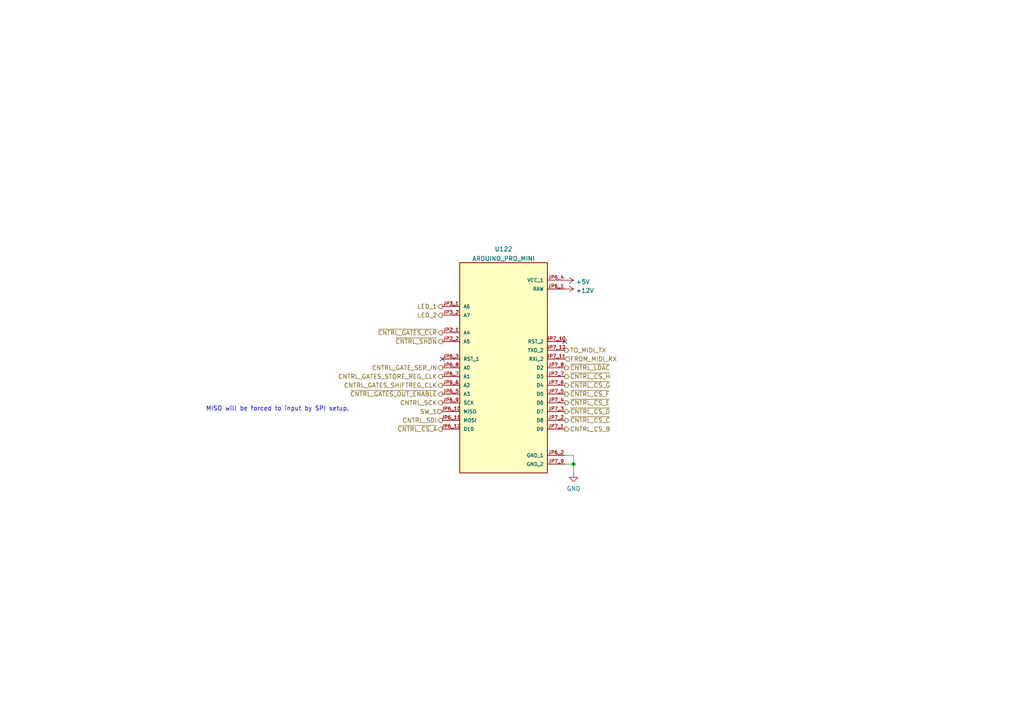
<source format=kicad_sch>
(kicad_sch (version 20211123) (generator eeschema)
  (paper "A4")
  (title_block (title "Eurorack MIDI 16x16 CV Gate") (date "2022-05-14") (rev "1.0") (company "RobotDialogs"))
  (lib_symbols
    (symbol "My Stuff:ARDUINO_PRO_MINI_custom_2" (pin_names (offset 1.016))
      (property "Reference" "U" (at -12.7 31.75 0))
      (property "Value" "ARDUINO_PRO_MINI_custom_2" (at -12.7 -33.02 0))
      (symbol "ARDUINO_PRO_MINI_custom_2_0_0"
        (rectangle (start -12.7 -30.48) (end 12.7 30.48) (stroke (width 0.254)) (fill (type background)))
        (pin bidirectional line (at -17.78 10.16 0) (length 5.08) (name "A4") (number "JP2_1"))
        (pin bidirectional line (at -17.78 7.62 0) (length 5.08) (name "A5") (number "JP2_2"))
        (pin input line (at -17.78 17.78 0) (length 5.08) (name "A6") (number "JP3_1"))
        (pin input line (at -17.78 15.24 0) (length 5.08) (name "A7") (number "JP3_2"))
        (pin power_in line (at 17.78 22.86 180) (length 5.08) (name "RAW") (number "JP6_1"))
        (pin bidirectional line (at -17.78 -12.7 0) (length 5.08) (name "MISO") (number "JP6_10"))
        (pin bidirectional line (at -17.78 -15.24 0) (length 5.08) (name "MOSI") (number "JP6_11"))
        (pin bidirectional line (at -17.78 -17.78 0) (length 5.08) (name "D10") (number "JP6_12"))
        (pin power_in line (at 17.78 -25.4 180) (length 5.08) (name "GND_1") (number "JP6_2"))
        (pin input line (at -17.78 2.54 0) (length 5.08) (name "RST_1") (number "JP6_3"))
        (pin power_in line (at 17.78 25.4 180) (length 5.08) (name "VCC_1") (number "JP6_4"))
        (pin bidirectional line (at -17.78 -7.62 0) (length 5.08) (name "A3") (number "JP6_5"))
        (pin bidirectional line (at -17.78 -5.08 0) (length 5.08) (name "A2") (number "JP6_6"))
        (pin bidirectional line (at -17.78 -2.54 0) (length 5.08) (name "A1") (number "JP6_7"))
        (pin bidirectional line (at -17.78 0 0) (length 5.08) (name "A0") (number "JP6_8"))
        (pin bidirectional line (at -17.78 -10.16 0) (length 5.08) (name "SCK") (number "JP6_9"))
        (pin bidirectional line (at 17.78 -17.78 180) (length 5.08) (name "D9") (number "JP7_1"))
        (pin input line (at 17.78 7.62 180) (length 5.08) (name "RST_2") (number "JP7_10"))
        (pin bidirectional line (at 17.78 2.54 180) (length 5.08) (name "RXI_2") (number "JP7_11"))
        (pin bidirectional line (at 17.78 5.08 180) (length 5.08) (name "TXO_2") (number "JP7_12"))
        (pin bidirectional line (at 17.78 -15.24 180) (length 5.08) (name "D8") (number "JP7_2"))
        (pin bidirectional line (at 17.78 -12.7 180) (length 5.08) (name "D7") (number "JP7_3"))
        (pin bidirectional line (at 17.78 -10.16 180) (length 5.08) (name "D6") (number "JP7_4"))
        (pin bidirectional line (at 17.78 -7.62 180) (length 5.08) (name "D5") (number "JP7_5"))
        (pin bidirectional line (at 17.78 -5.08 180) (length 5.08) (name "D4") (number "JP7_6"))
        (pin bidirectional line (at 17.78 -2.54 180) (length 5.08) (name "D3") (number "JP7_7"))
        (pin bidirectional line (at 17.78 0 180) (length 5.08) (name "D2") (number "JP7_8"))
        (pin power_in line (at 17.78 -27.94 180) (length 5.08) (name "GND_2") (number "JP7_9"))
      )
    )
    (symbol "power:+12V" (power) (pin_names (offset 0))
      (property "Value" "+12V" (at 0 3.556 0))
      (symbol "+12V_0_1"
        (polyline (pts (xy -0.762 1.27) (xy 0 2.54)))
        (polyline (pts (xy 0 0) (xy 0 2.54)))
        (polyline (pts (xy 0 2.54) (xy 0.762 1.27)))
      )
      (symbol "+12V_1_1"
        (pin power_in line (at 0 0 90) (length 0) hide (name "+12V") (number "1"))
      )
    )
    (symbol "power:+5V" (power) (pin_names (offset 0))
      (property "Value" "+5V" (at 0 3.556 0))
      (symbol "+5V_0_1"
        (polyline (pts (xy -0.762 1.27) (xy 0 2.54)))
        (polyline (pts (xy 0 0) (xy 0 2.54)))
        (polyline (pts (xy 0 2.54) (xy 0.762 1.27)))
      )
      (symbol "+5V_1_1"
        (pin power_in line (at 0 0 90) (length 0) hide (name "+5V") (number "1"))
      )
    )
    (symbol "power:GND" (power) (pin_names (offset 0))
      (property "Value" "GND" (at 0 -3.81 0))
      (symbol "GND_0_1"
        (polyline (pts (xy 0 0) (xy 0 -1.27) (xy 1.27 -1.27) (xy 0 -2.54) (xy -1.27 -1.27) (xy 0 -1.27)))
      )
      (symbol "GND_1_1"
        (pin power_in line (at 0 0 270) (length 0) hide (name "GND") (number "1"))
      )
    )
  )
  (junction (at 166.37 134.62))
  (no_connect (at 163.83 99.06))
  (no_connect (at 128.27 104.14))
  (wire (pts (xy 166.37 132.08) (xy 163.83 132.08)))
  (wire (pts (xy 166.37 137.16) (xy 166.37 134.62)))
  (wire (pts (xy 166.37 134.62) (xy 163.83 134.62)))
  (wire (pts (xy 166.37 134.62) (xy 166.37 132.08)))
  (text "MISO will be forced to input by SPI setup." (at 59.69 119.38 0) (effects (font (size 1.27 1.27)) (justify left bottom)))
  (hierarchical_label "~{CNTRL_SHDN}" (shape output) (at 128.27 99.06 180))
  (hierarchical_label "CNTRL_GATE_SER_IN" (shape output) (at 128.27 106.68 180))
  (hierarchical_label "~{CNTRL_LDAC}" (shape output) (at 163.83 106.68 0))
  (hierarchical_label "CNTRL_GATES_SHIFTREG_CLK" (shape output) (at 128.27 111.76 180))
  (hierarchical_label "TO_MIDI_TX" (shape output) (at 163.83 101.6 0))
  (hierarchical_label "CNTRL_SDI" (shape output) (at 128.27 121.92 180))
  (hierarchical_label "~{CNTRL_CS_G}" (shape output) (at 163.83 111.76 0))
  (hierarchical_label "~{}CNTRL_CS_B" (shape output) (at 163.83 124.46 0))
  (hierarchical_label "~{CNTRL_CS_A}" (shape output) (at 128.27 124.46 180))
  (hierarchical_label "LED_2" (shape output) (at 128.27 91.44 180))
  (hierarchical_label "~{CNTRL_CS_D}" (shape output) (at 163.83 119.38 0))
  (hierarchical_label "~{CNTRL_CS_E}" (shape output) (at 163.83 116.84 0))
  (hierarchical_label "~{CNTRL_CS_F}" (shape output) (at 163.83 114.3 0))
  (hierarchical_label "~{CNTRL_GATES_OUT_ENABLE}" (shape output) (at 128.27 114.3 180))
  (hierarchical_label "~{CNTRL_GATES_CLR}" (shape output) (at 128.27 96.52 180))
  (hierarchical_label "~{CNTRL_CS_H}" (shape output) (at 163.83 109.22 0))
  (hierarchical_label "CNTRL_SCK" (shape output) (at 128.27 116.84 180))
  (hierarchical_label "CNTRL_GATES_STORE_REG_CLK" (shape output) (at 128.27 109.22 180))
  (hierarchical_label "SW_1" (shape input) (at 128.27 119.38 180))
  (hierarchical_label "FROM_MIDI_RX" (shape input) (at 163.83 104.14 0))
  (hierarchical_label "~{CNTRL_CS_C}" (shape output) (at 163.83 121.92 0))
  (hierarchical_label "LED_1" (shape output) (at 128.27 88.9 180))
  (symbol (lib_id "power:+5V") (at 163.83 81.28 270) (unit 1)
    (property "Reference" "#PWR0190" (effects hide))
    (property "Value" "+5V" (at 167.005 81.759 90) (effects (justify left)))
  )
  (symbol (lib_id "My Stuff:ARDUINO_PRO_MINI_custom_2") (at 146.05 106.68 0) (unit 1)
    (property "Reference" "U122" (at 146.05 72.2335 0))
    (property "Value" "ARDUINO_PRO_MINI" (at 146.05 75.0086 0))
    (property "Footprint" "My Stuff:MODULE_ARDUINO_PRO_MINI_custom_2" (effects hide))
    (property "PARTREV" "N/A" (effects hide))
    (property "MAXIMUM_PACKAGE_HEIGHT" "N/A" (effects hide))
    (property "MANUFACTURER" "SparkFun Electronics" (effects hide))
    (property "STANDARD" "Manufacturer Recommendations" (effects hide))
  )
  (symbol (lib_id "power:GND") (at 166.37 137.16 0) (unit 1)
    (property "Reference" "#PWR0188" (effects hide))
    (property "Value" "GND" (at 166.37 141.7225 0))
  )
  (symbol (lib_id "power:+12V") (at 163.83 83.82 270) (unit 1)
    (property "Reference" "#PWR0187" (effects hide))
    (property "Value" "+12V" (at 167.005 84.299 90) (effects (justify left)))
  )
)
</source>
